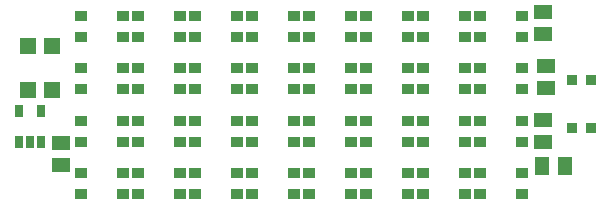
<source format=gbr>
G04 EAGLE Gerber RS-274X export*
G75*
%MOMM*%
%FSLAX34Y34*%
%LPD*%
%INSolderpaste Top*%
%IPPOS*%
%AMOC8*
5,1,8,0,0,1.08239X$1,22.5*%
G01*
%ADD10R,1.400000X1.400000*%
%ADD11R,1.000000X0.850000*%
%ADD12R,0.900000X0.900000*%
%ADD13R,1.500000X1.240000*%
%ADD14R,1.240000X1.500000*%
%ADD15R,0.690000X0.990000*%


D10*
X39370Y126280D03*
X39370Y163280D03*
X19050Y126280D03*
X19050Y163280D03*
D11*
X63780Y189090D03*
X98780Y189090D03*
X63780Y171590D03*
X98780Y171590D03*
X112040Y189090D03*
X147040Y189090D03*
X112040Y171590D03*
X147040Y171590D03*
X160300Y189090D03*
X195300Y189090D03*
X160300Y171590D03*
X195300Y171590D03*
X208560Y189090D03*
X243560Y189090D03*
X208560Y171590D03*
X243560Y171590D03*
X256820Y189090D03*
X291820Y189090D03*
X256820Y171590D03*
X291820Y171590D03*
X305080Y189090D03*
X340080Y189090D03*
X305080Y171590D03*
X340080Y171590D03*
X63780Y144640D03*
X98780Y144640D03*
X63780Y127140D03*
X98780Y127140D03*
X112040Y144640D03*
X147040Y144640D03*
X112040Y127140D03*
X147040Y127140D03*
X160300Y144640D03*
X195300Y144640D03*
X160300Y127140D03*
X195300Y127140D03*
X208560Y144640D03*
X243560Y144640D03*
X208560Y127140D03*
X243560Y127140D03*
X256820Y144640D03*
X291820Y144640D03*
X256820Y127140D03*
X291820Y127140D03*
X305080Y144640D03*
X340080Y144640D03*
X305080Y127140D03*
X340080Y127140D03*
X63780Y100190D03*
X98780Y100190D03*
X63780Y82690D03*
X98780Y82690D03*
X112040Y100190D03*
X147040Y100190D03*
X112040Y82690D03*
X147040Y82690D03*
X160300Y100190D03*
X195300Y100190D03*
X160300Y82690D03*
X195300Y82690D03*
X208560Y100190D03*
X243560Y100190D03*
X208560Y82690D03*
X243560Y82690D03*
X256820Y100190D03*
X291820Y100190D03*
X256820Y82690D03*
X291820Y82690D03*
X305080Y100190D03*
X340080Y100190D03*
X305080Y82690D03*
X340080Y82690D03*
D12*
X495680Y93800D03*
X479680Y93800D03*
X479680Y134800D03*
X495680Y134800D03*
D13*
X454660Y173380D03*
X454660Y192380D03*
D14*
X454050Y62230D03*
X473050Y62230D03*
D13*
X457200Y127660D03*
X457200Y146660D03*
D15*
X10820Y82350D03*
X20320Y82350D03*
X29820Y82350D03*
X29820Y108250D03*
X10820Y108250D03*
D11*
X63780Y55740D03*
X98780Y55740D03*
X63780Y38240D03*
X98780Y38240D03*
X112040Y55740D03*
X147040Y55740D03*
X112040Y38240D03*
X147040Y38240D03*
X160300Y55740D03*
X195300Y55740D03*
X160300Y38240D03*
X195300Y38240D03*
X208560Y55740D03*
X243560Y55740D03*
X208560Y38240D03*
X243560Y38240D03*
X256820Y55740D03*
X291820Y55740D03*
X256820Y38240D03*
X291820Y38240D03*
X305080Y55740D03*
X340080Y55740D03*
X305080Y38240D03*
X340080Y38240D03*
X353340Y189090D03*
X388340Y189090D03*
X353340Y171590D03*
X388340Y171590D03*
X401600Y189090D03*
X436600Y189090D03*
X401600Y171590D03*
X436600Y171590D03*
X353340Y144640D03*
X388340Y144640D03*
X353340Y127140D03*
X388340Y127140D03*
X401600Y144640D03*
X436600Y144640D03*
X401600Y127140D03*
X436600Y127140D03*
X353340Y100190D03*
X388340Y100190D03*
X353340Y82690D03*
X388340Y82690D03*
X401600Y100190D03*
X436600Y100190D03*
X401600Y82690D03*
X436600Y82690D03*
X353340Y55740D03*
X388340Y55740D03*
X353340Y38240D03*
X388340Y38240D03*
X401600Y55740D03*
X436600Y55740D03*
X401600Y38240D03*
X436600Y38240D03*
D13*
X454660Y81940D03*
X454660Y100940D03*
X46990Y81890D03*
X46990Y62890D03*
M02*

</source>
